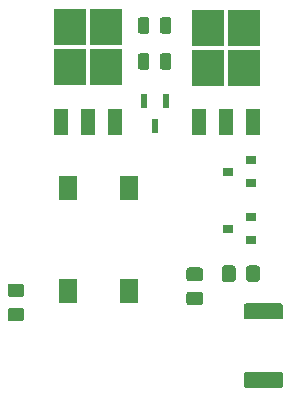
<source format=gbr>
G04 #@! TF.GenerationSoftware,KiCad,Pcbnew,5.1.5+dfsg1-2build2*
G04 #@! TF.CreationDate,2021-04-05T13:49:58+02:00*
G04 #@! TF.ProjectId,transistor_board,7472616e-7369-4737-946f-725f626f6172,rev?*
G04 #@! TF.SameCoordinates,Original*
G04 #@! TF.FileFunction,Paste,Bot*
G04 #@! TF.FilePolarity,Positive*
%FSLAX46Y46*%
G04 Gerber Fmt 4.6, Leading zero omitted, Abs format (unit mm)*
G04 Created by KiCad (PCBNEW 5.1.5+dfsg1-2build2) date 2021-04-05 13:49:58*
%MOMM*%
%LPD*%
G04 APERTURE LIST*
%ADD10R,2.750000X3.050000*%
%ADD11R,1.200000X2.200000*%
%ADD12C,0.100000*%
%ADD13R,0.900000X0.800000*%
%ADD14R,0.600000X1.300000*%
%ADD15R,1.500000X2.000000*%
G04 APERTURE END LIST*
D10*
X118871000Y-102889500D03*
X121921000Y-99539500D03*
X121921000Y-102889500D03*
X118871000Y-99539500D03*
D11*
X118116000Y-107514500D03*
X120396000Y-107514500D03*
X122676000Y-107514500D03*
D10*
X130555000Y-102953000D03*
X133605000Y-99603000D03*
X133605000Y-102953000D03*
X130555000Y-99603000D03*
D11*
X129800000Y-107578000D03*
X132080000Y-107578000D03*
X134360000Y-107578000D03*
D12*
G36*
X136704505Y-122918204D02*
G01*
X136728773Y-122921804D01*
X136752572Y-122927765D01*
X136775671Y-122936030D01*
X136797850Y-122946520D01*
X136818893Y-122959132D01*
X136838599Y-122973747D01*
X136856777Y-122990223D01*
X136873253Y-123008401D01*
X136887868Y-123028107D01*
X136900480Y-123049150D01*
X136910970Y-123071329D01*
X136919235Y-123094428D01*
X136925196Y-123118227D01*
X136928796Y-123142495D01*
X136930000Y-123166999D01*
X136930000Y-124017001D01*
X136928796Y-124041505D01*
X136925196Y-124065773D01*
X136919235Y-124089572D01*
X136910970Y-124112671D01*
X136900480Y-124134850D01*
X136887868Y-124155893D01*
X136873253Y-124175599D01*
X136856777Y-124193777D01*
X136838599Y-124210253D01*
X136818893Y-124224868D01*
X136797850Y-124237480D01*
X136775671Y-124247970D01*
X136752572Y-124256235D01*
X136728773Y-124262196D01*
X136704505Y-124265796D01*
X136680001Y-124267000D01*
X133829999Y-124267000D01*
X133805495Y-124265796D01*
X133781227Y-124262196D01*
X133757428Y-124256235D01*
X133734329Y-124247970D01*
X133712150Y-124237480D01*
X133691107Y-124224868D01*
X133671401Y-124210253D01*
X133653223Y-124193777D01*
X133636747Y-124175599D01*
X133622132Y-124155893D01*
X133609520Y-124134850D01*
X133599030Y-124112671D01*
X133590765Y-124089572D01*
X133584804Y-124065773D01*
X133581204Y-124041505D01*
X133580000Y-124017001D01*
X133580000Y-123166999D01*
X133581204Y-123142495D01*
X133584804Y-123118227D01*
X133590765Y-123094428D01*
X133599030Y-123071329D01*
X133609520Y-123049150D01*
X133622132Y-123028107D01*
X133636747Y-123008401D01*
X133653223Y-122990223D01*
X133671401Y-122973747D01*
X133691107Y-122959132D01*
X133712150Y-122946520D01*
X133734329Y-122936030D01*
X133757428Y-122927765D01*
X133781227Y-122921804D01*
X133805495Y-122918204D01*
X133829999Y-122917000D01*
X136680001Y-122917000D01*
X136704505Y-122918204D01*
G37*
G36*
X136704505Y-128718204D02*
G01*
X136728773Y-128721804D01*
X136752572Y-128727765D01*
X136775671Y-128736030D01*
X136797850Y-128746520D01*
X136818893Y-128759132D01*
X136838599Y-128773747D01*
X136856777Y-128790223D01*
X136873253Y-128808401D01*
X136887868Y-128828107D01*
X136900480Y-128849150D01*
X136910970Y-128871329D01*
X136919235Y-128894428D01*
X136925196Y-128918227D01*
X136928796Y-128942495D01*
X136930000Y-128966999D01*
X136930000Y-129817001D01*
X136928796Y-129841505D01*
X136925196Y-129865773D01*
X136919235Y-129889572D01*
X136910970Y-129912671D01*
X136900480Y-129934850D01*
X136887868Y-129955893D01*
X136873253Y-129975599D01*
X136856777Y-129993777D01*
X136838599Y-130010253D01*
X136818893Y-130024868D01*
X136797850Y-130037480D01*
X136775671Y-130047970D01*
X136752572Y-130056235D01*
X136728773Y-130062196D01*
X136704505Y-130065796D01*
X136680001Y-130067000D01*
X133829999Y-130067000D01*
X133805495Y-130065796D01*
X133781227Y-130062196D01*
X133757428Y-130056235D01*
X133734329Y-130047970D01*
X133712150Y-130037480D01*
X133691107Y-130024868D01*
X133671401Y-130010253D01*
X133653223Y-129993777D01*
X133636747Y-129975599D01*
X133622132Y-129955893D01*
X133609520Y-129934850D01*
X133599030Y-129912671D01*
X133590765Y-129889572D01*
X133584804Y-129865773D01*
X133581204Y-129841505D01*
X133580000Y-129817001D01*
X133580000Y-128966999D01*
X133581204Y-128942495D01*
X133584804Y-128918227D01*
X133590765Y-128894428D01*
X133599030Y-128871329D01*
X133609520Y-128849150D01*
X133622132Y-128828107D01*
X133636747Y-128808401D01*
X133653223Y-128790223D01*
X133671401Y-128773747D01*
X133691107Y-128759132D01*
X133712150Y-128746520D01*
X133734329Y-128736030D01*
X133757428Y-128727765D01*
X133781227Y-128721804D01*
X133805495Y-128718204D01*
X133829999Y-128717000D01*
X136680001Y-128717000D01*
X136704505Y-128718204D01*
G37*
D13*
X132223000Y-111760000D03*
X134223000Y-112710000D03*
X134223000Y-110810000D03*
X132223000Y-116586000D03*
X134223000Y-117536000D03*
X134223000Y-115636000D03*
D14*
X125150000Y-105750000D03*
X127050000Y-105750000D03*
X126100000Y-107850000D03*
D15*
X118735000Y-121845000D03*
X123835000Y-121845000D03*
X123835000Y-113105000D03*
X118735000Y-113105000D03*
D12*
G36*
X134724505Y-119697204D02*
G01*
X134748773Y-119700804D01*
X134772572Y-119706765D01*
X134795671Y-119715030D01*
X134817850Y-119725520D01*
X134838893Y-119738132D01*
X134858599Y-119752747D01*
X134876777Y-119769223D01*
X134893253Y-119787401D01*
X134907868Y-119807107D01*
X134920480Y-119828150D01*
X134930970Y-119850329D01*
X134939235Y-119873428D01*
X134945196Y-119897227D01*
X134948796Y-119921495D01*
X134950000Y-119945999D01*
X134950000Y-120846001D01*
X134948796Y-120870505D01*
X134945196Y-120894773D01*
X134939235Y-120918572D01*
X134930970Y-120941671D01*
X134920480Y-120963850D01*
X134907868Y-120984893D01*
X134893253Y-121004599D01*
X134876777Y-121022777D01*
X134858599Y-121039253D01*
X134838893Y-121053868D01*
X134817850Y-121066480D01*
X134795671Y-121076970D01*
X134772572Y-121085235D01*
X134748773Y-121091196D01*
X134724505Y-121094796D01*
X134700001Y-121096000D01*
X134049999Y-121096000D01*
X134025495Y-121094796D01*
X134001227Y-121091196D01*
X133977428Y-121085235D01*
X133954329Y-121076970D01*
X133932150Y-121066480D01*
X133911107Y-121053868D01*
X133891401Y-121039253D01*
X133873223Y-121022777D01*
X133856747Y-121004599D01*
X133842132Y-120984893D01*
X133829520Y-120963850D01*
X133819030Y-120941671D01*
X133810765Y-120918572D01*
X133804804Y-120894773D01*
X133801204Y-120870505D01*
X133800000Y-120846001D01*
X133800000Y-119945999D01*
X133801204Y-119921495D01*
X133804804Y-119897227D01*
X133810765Y-119873428D01*
X133819030Y-119850329D01*
X133829520Y-119828150D01*
X133842132Y-119807107D01*
X133856747Y-119787401D01*
X133873223Y-119769223D01*
X133891401Y-119752747D01*
X133911107Y-119738132D01*
X133932150Y-119725520D01*
X133954329Y-119715030D01*
X133977428Y-119706765D01*
X134001227Y-119700804D01*
X134025495Y-119697204D01*
X134049999Y-119696000D01*
X134700001Y-119696000D01*
X134724505Y-119697204D01*
G37*
G36*
X132674505Y-119697204D02*
G01*
X132698773Y-119700804D01*
X132722572Y-119706765D01*
X132745671Y-119715030D01*
X132767850Y-119725520D01*
X132788893Y-119738132D01*
X132808599Y-119752747D01*
X132826777Y-119769223D01*
X132843253Y-119787401D01*
X132857868Y-119807107D01*
X132870480Y-119828150D01*
X132880970Y-119850329D01*
X132889235Y-119873428D01*
X132895196Y-119897227D01*
X132898796Y-119921495D01*
X132900000Y-119945999D01*
X132900000Y-120846001D01*
X132898796Y-120870505D01*
X132895196Y-120894773D01*
X132889235Y-120918572D01*
X132880970Y-120941671D01*
X132870480Y-120963850D01*
X132857868Y-120984893D01*
X132843253Y-121004599D01*
X132826777Y-121022777D01*
X132808599Y-121039253D01*
X132788893Y-121053868D01*
X132767850Y-121066480D01*
X132745671Y-121076970D01*
X132722572Y-121085235D01*
X132698773Y-121091196D01*
X132674505Y-121094796D01*
X132650001Y-121096000D01*
X131999999Y-121096000D01*
X131975495Y-121094796D01*
X131951227Y-121091196D01*
X131927428Y-121085235D01*
X131904329Y-121076970D01*
X131882150Y-121066480D01*
X131861107Y-121053868D01*
X131841401Y-121039253D01*
X131823223Y-121022777D01*
X131806747Y-121004599D01*
X131792132Y-120984893D01*
X131779520Y-120963850D01*
X131769030Y-120941671D01*
X131760765Y-120918572D01*
X131754804Y-120894773D01*
X131751204Y-120870505D01*
X131750000Y-120846001D01*
X131750000Y-119945999D01*
X131751204Y-119921495D01*
X131754804Y-119897227D01*
X131760765Y-119873428D01*
X131769030Y-119850329D01*
X131779520Y-119828150D01*
X131792132Y-119807107D01*
X131806747Y-119787401D01*
X131823223Y-119769223D01*
X131841401Y-119752747D01*
X131861107Y-119738132D01*
X131882150Y-119725520D01*
X131904329Y-119715030D01*
X131927428Y-119706765D01*
X131951227Y-119700804D01*
X131975495Y-119697204D01*
X131999999Y-119696000D01*
X132650001Y-119696000D01*
X132674505Y-119697204D01*
G37*
G36*
X114764505Y-123281204D02*
G01*
X114788773Y-123284804D01*
X114812572Y-123290765D01*
X114835671Y-123299030D01*
X114857850Y-123309520D01*
X114878893Y-123322132D01*
X114898599Y-123336747D01*
X114916777Y-123353223D01*
X114933253Y-123371401D01*
X114947868Y-123391107D01*
X114960480Y-123412150D01*
X114970970Y-123434329D01*
X114979235Y-123457428D01*
X114985196Y-123481227D01*
X114988796Y-123505495D01*
X114990000Y-123529999D01*
X114990000Y-124180001D01*
X114988796Y-124204505D01*
X114985196Y-124228773D01*
X114979235Y-124252572D01*
X114970970Y-124275671D01*
X114960480Y-124297850D01*
X114947868Y-124318893D01*
X114933253Y-124338599D01*
X114916777Y-124356777D01*
X114898599Y-124373253D01*
X114878893Y-124387868D01*
X114857850Y-124400480D01*
X114835671Y-124410970D01*
X114812572Y-124419235D01*
X114788773Y-124425196D01*
X114764505Y-124428796D01*
X114740001Y-124430000D01*
X113839999Y-124430000D01*
X113815495Y-124428796D01*
X113791227Y-124425196D01*
X113767428Y-124419235D01*
X113744329Y-124410970D01*
X113722150Y-124400480D01*
X113701107Y-124387868D01*
X113681401Y-124373253D01*
X113663223Y-124356777D01*
X113646747Y-124338599D01*
X113632132Y-124318893D01*
X113619520Y-124297850D01*
X113609030Y-124275671D01*
X113600765Y-124252572D01*
X113594804Y-124228773D01*
X113591204Y-124204505D01*
X113590000Y-124180001D01*
X113590000Y-123529999D01*
X113591204Y-123505495D01*
X113594804Y-123481227D01*
X113600765Y-123457428D01*
X113609030Y-123434329D01*
X113619520Y-123412150D01*
X113632132Y-123391107D01*
X113646747Y-123371401D01*
X113663223Y-123353223D01*
X113681401Y-123336747D01*
X113701107Y-123322132D01*
X113722150Y-123309520D01*
X113744329Y-123299030D01*
X113767428Y-123290765D01*
X113791227Y-123284804D01*
X113815495Y-123281204D01*
X113839999Y-123280000D01*
X114740001Y-123280000D01*
X114764505Y-123281204D01*
G37*
G36*
X114764505Y-121231204D02*
G01*
X114788773Y-121234804D01*
X114812572Y-121240765D01*
X114835671Y-121249030D01*
X114857850Y-121259520D01*
X114878893Y-121272132D01*
X114898599Y-121286747D01*
X114916777Y-121303223D01*
X114933253Y-121321401D01*
X114947868Y-121341107D01*
X114960480Y-121362150D01*
X114970970Y-121384329D01*
X114979235Y-121407428D01*
X114985196Y-121431227D01*
X114988796Y-121455495D01*
X114990000Y-121479999D01*
X114990000Y-122130001D01*
X114988796Y-122154505D01*
X114985196Y-122178773D01*
X114979235Y-122202572D01*
X114970970Y-122225671D01*
X114960480Y-122247850D01*
X114947868Y-122268893D01*
X114933253Y-122288599D01*
X114916777Y-122306777D01*
X114898599Y-122323253D01*
X114878893Y-122337868D01*
X114857850Y-122350480D01*
X114835671Y-122360970D01*
X114812572Y-122369235D01*
X114788773Y-122375196D01*
X114764505Y-122378796D01*
X114740001Y-122380000D01*
X113839999Y-122380000D01*
X113815495Y-122378796D01*
X113791227Y-122375196D01*
X113767428Y-122369235D01*
X113744329Y-122360970D01*
X113722150Y-122350480D01*
X113701107Y-122337868D01*
X113681401Y-122323253D01*
X113663223Y-122306777D01*
X113646747Y-122288599D01*
X113632132Y-122268893D01*
X113619520Y-122247850D01*
X113609030Y-122225671D01*
X113600765Y-122202572D01*
X113594804Y-122178773D01*
X113591204Y-122154505D01*
X113590000Y-122130001D01*
X113590000Y-121479999D01*
X113591204Y-121455495D01*
X113594804Y-121431227D01*
X113600765Y-121407428D01*
X113609030Y-121384329D01*
X113619520Y-121362150D01*
X113632132Y-121341107D01*
X113646747Y-121321401D01*
X113663223Y-121303223D01*
X113681401Y-121286747D01*
X113701107Y-121272132D01*
X113722150Y-121259520D01*
X113744329Y-121249030D01*
X113767428Y-121240765D01*
X113791227Y-121234804D01*
X113815495Y-121231204D01*
X113839999Y-121230000D01*
X114740001Y-121230000D01*
X114764505Y-121231204D01*
G37*
G36*
X129904505Y-119871204D02*
G01*
X129928773Y-119874804D01*
X129952572Y-119880765D01*
X129975671Y-119889030D01*
X129997850Y-119899520D01*
X130018893Y-119912132D01*
X130038599Y-119926747D01*
X130056777Y-119943223D01*
X130073253Y-119961401D01*
X130087868Y-119981107D01*
X130100480Y-120002150D01*
X130110970Y-120024329D01*
X130119235Y-120047428D01*
X130125196Y-120071227D01*
X130128796Y-120095495D01*
X130130000Y-120119999D01*
X130130000Y-120770001D01*
X130128796Y-120794505D01*
X130125196Y-120818773D01*
X130119235Y-120842572D01*
X130110970Y-120865671D01*
X130100480Y-120887850D01*
X130087868Y-120908893D01*
X130073253Y-120928599D01*
X130056777Y-120946777D01*
X130038599Y-120963253D01*
X130018893Y-120977868D01*
X129997850Y-120990480D01*
X129975671Y-121000970D01*
X129952572Y-121009235D01*
X129928773Y-121015196D01*
X129904505Y-121018796D01*
X129880001Y-121020000D01*
X128979999Y-121020000D01*
X128955495Y-121018796D01*
X128931227Y-121015196D01*
X128907428Y-121009235D01*
X128884329Y-121000970D01*
X128862150Y-120990480D01*
X128841107Y-120977868D01*
X128821401Y-120963253D01*
X128803223Y-120946777D01*
X128786747Y-120928599D01*
X128772132Y-120908893D01*
X128759520Y-120887850D01*
X128749030Y-120865671D01*
X128740765Y-120842572D01*
X128734804Y-120818773D01*
X128731204Y-120794505D01*
X128730000Y-120770001D01*
X128730000Y-120119999D01*
X128731204Y-120095495D01*
X128734804Y-120071227D01*
X128740765Y-120047428D01*
X128749030Y-120024329D01*
X128759520Y-120002150D01*
X128772132Y-119981107D01*
X128786747Y-119961401D01*
X128803223Y-119943223D01*
X128821401Y-119926747D01*
X128841107Y-119912132D01*
X128862150Y-119899520D01*
X128884329Y-119889030D01*
X128907428Y-119880765D01*
X128931227Y-119874804D01*
X128955495Y-119871204D01*
X128979999Y-119870000D01*
X129880001Y-119870000D01*
X129904505Y-119871204D01*
G37*
G36*
X129904505Y-121921204D02*
G01*
X129928773Y-121924804D01*
X129952572Y-121930765D01*
X129975671Y-121939030D01*
X129997850Y-121949520D01*
X130018893Y-121962132D01*
X130038599Y-121976747D01*
X130056777Y-121993223D01*
X130073253Y-122011401D01*
X130087868Y-122031107D01*
X130100480Y-122052150D01*
X130110970Y-122074329D01*
X130119235Y-122097428D01*
X130125196Y-122121227D01*
X130128796Y-122145495D01*
X130130000Y-122169999D01*
X130130000Y-122820001D01*
X130128796Y-122844505D01*
X130125196Y-122868773D01*
X130119235Y-122892572D01*
X130110970Y-122915671D01*
X130100480Y-122937850D01*
X130087868Y-122958893D01*
X130073253Y-122978599D01*
X130056777Y-122996777D01*
X130038599Y-123013253D01*
X130018893Y-123027868D01*
X129997850Y-123040480D01*
X129975671Y-123050970D01*
X129952572Y-123059235D01*
X129928773Y-123065196D01*
X129904505Y-123068796D01*
X129880001Y-123070000D01*
X128979999Y-123070000D01*
X128955495Y-123068796D01*
X128931227Y-123065196D01*
X128907428Y-123059235D01*
X128884329Y-123050970D01*
X128862150Y-123040480D01*
X128841107Y-123027868D01*
X128821401Y-123013253D01*
X128803223Y-122996777D01*
X128786747Y-122978599D01*
X128772132Y-122958893D01*
X128759520Y-122937850D01*
X128749030Y-122915671D01*
X128740765Y-122892572D01*
X128734804Y-122868773D01*
X128731204Y-122844505D01*
X128730000Y-122820001D01*
X128730000Y-122169999D01*
X128731204Y-122145495D01*
X128734804Y-122121227D01*
X128740765Y-122097428D01*
X128749030Y-122074329D01*
X128759520Y-122052150D01*
X128772132Y-122031107D01*
X128786747Y-122011401D01*
X128803223Y-121993223D01*
X128821401Y-121976747D01*
X128841107Y-121962132D01*
X128862150Y-121949520D01*
X128884329Y-121939030D01*
X128907428Y-121930765D01*
X128931227Y-121924804D01*
X128955495Y-121921204D01*
X128979999Y-121920000D01*
X129880001Y-121920000D01*
X129904505Y-121921204D01*
G37*
G36*
X127252642Y-98678674D02*
G01*
X127276303Y-98682184D01*
X127299507Y-98687996D01*
X127322029Y-98696054D01*
X127343653Y-98706282D01*
X127364170Y-98718579D01*
X127383383Y-98732829D01*
X127401107Y-98748893D01*
X127417171Y-98766617D01*
X127431421Y-98785830D01*
X127443718Y-98806347D01*
X127453946Y-98827971D01*
X127462004Y-98850493D01*
X127467816Y-98873697D01*
X127471326Y-98897358D01*
X127472500Y-98921250D01*
X127472500Y-99833750D01*
X127471326Y-99857642D01*
X127467816Y-99881303D01*
X127462004Y-99904507D01*
X127453946Y-99927029D01*
X127443718Y-99948653D01*
X127431421Y-99969170D01*
X127417171Y-99988383D01*
X127401107Y-100006107D01*
X127383383Y-100022171D01*
X127364170Y-100036421D01*
X127343653Y-100048718D01*
X127322029Y-100058946D01*
X127299507Y-100067004D01*
X127276303Y-100072816D01*
X127252642Y-100076326D01*
X127228750Y-100077500D01*
X126741250Y-100077500D01*
X126717358Y-100076326D01*
X126693697Y-100072816D01*
X126670493Y-100067004D01*
X126647971Y-100058946D01*
X126626347Y-100048718D01*
X126605830Y-100036421D01*
X126586617Y-100022171D01*
X126568893Y-100006107D01*
X126552829Y-99988383D01*
X126538579Y-99969170D01*
X126526282Y-99948653D01*
X126516054Y-99927029D01*
X126507996Y-99904507D01*
X126502184Y-99881303D01*
X126498674Y-99857642D01*
X126497500Y-99833750D01*
X126497500Y-98921250D01*
X126498674Y-98897358D01*
X126502184Y-98873697D01*
X126507996Y-98850493D01*
X126516054Y-98827971D01*
X126526282Y-98806347D01*
X126538579Y-98785830D01*
X126552829Y-98766617D01*
X126568893Y-98748893D01*
X126586617Y-98732829D01*
X126605830Y-98718579D01*
X126626347Y-98706282D01*
X126647971Y-98696054D01*
X126670493Y-98687996D01*
X126693697Y-98682184D01*
X126717358Y-98678674D01*
X126741250Y-98677500D01*
X127228750Y-98677500D01*
X127252642Y-98678674D01*
G37*
G36*
X125377642Y-98678674D02*
G01*
X125401303Y-98682184D01*
X125424507Y-98687996D01*
X125447029Y-98696054D01*
X125468653Y-98706282D01*
X125489170Y-98718579D01*
X125508383Y-98732829D01*
X125526107Y-98748893D01*
X125542171Y-98766617D01*
X125556421Y-98785830D01*
X125568718Y-98806347D01*
X125578946Y-98827971D01*
X125587004Y-98850493D01*
X125592816Y-98873697D01*
X125596326Y-98897358D01*
X125597500Y-98921250D01*
X125597500Y-99833750D01*
X125596326Y-99857642D01*
X125592816Y-99881303D01*
X125587004Y-99904507D01*
X125578946Y-99927029D01*
X125568718Y-99948653D01*
X125556421Y-99969170D01*
X125542171Y-99988383D01*
X125526107Y-100006107D01*
X125508383Y-100022171D01*
X125489170Y-100036421D01*
X125468653Y-100048718D01*
X125447029Y-100058946D01*
X125424507Y-100067004D01*
X125401303Y-100072816D01*
X125377642Y-100076326D01*
X125353750Y-100077500D01*
X124866250Y-100077500D01*
X124842358Y-100076326D01*
X124818697Y-100072816D01*
X124795493Y-100067004D01*
X124772971Y-100058946D01*
X124751347Y-100048718D01*
X124730830Y-100036421D01*
X124711617Y-100022171D01*
X124693893Y-100006107D01*
X124677829Y-99988383D01*
X124663579Y-99969170D01*
X124651282Y-99948653D01*
X124641054Y-99927029D01*
X124632996Y-99904507D01*
X124627184Y-99881303D01*
X124623674Y-99857642D01*
X124622500Y-99833750D01*
X124622500Y-98921250D01*
X124623674Y-98897358D01*
X124627184Y-98873697D01*
X124632996Y-98850493D01*
X124641054Y-98827971D01*
X124651282Y-98806347D01*
X124663579Y-98785830D01*
X124677829Y-98766617D01*
X124693893Y-98748893D01*
X124711617Y-98732829D01*
X124730830Y-98718579D01*
X124751347Y-98706282D01*
X124772971Y-98696054D01*
X124795493Y-98687996D01*
X124818697Y-98682184D01*
X124842358Y-98678674D01*
X124866250Y-98677500D01*
X125353750Y-98677500D01*
X125377642Y-98678674D01*
G37*
G36*
X125377642Y-101726674D02*
G01*
X125401303Y-101730184D01*
X125424507Y-101735996D01*
X125447029Y-101744054D01*
X125468653Y-101754282D01*
X125489170Y-101766579D01*
X125508383Y-101780829D01*
X125526107Y-101796893D01*
X125542171Y-101814617D01*
X125556421Y-101833830D01*
X125568718Y-101854347D01*
X125578946Y-101875971D01*
X125587004Y-101898493D01*
X125592816Y-101921697D01*
X125596326Y-101945358D01*
X125597500Y-101969250D01*
X125597500Y-102881750D01*
X125596326Y-102905642D01*
X125592816Y-102929303D01*
X125587004Y-102952507D01*
X125578946Y-102975029D01*
X125568718Y-102996653D01*
X125556421Y-103017170D01*
X125542171Y-103036383D01*
X125526107Y-103054107D01*
X125508383Y-103070171D01*
X125489170Y-103084421D01*
X125468653Y-103096718D01*
X125447029Y-103106946D01*
X125424507Y-103115004D01*
X125401303Y-103120816D01*
X125377642Y-103124326D01*
X125353750Y-103125500D01*
X124866250Y-103125500D01*
X124842358Y-103124326D01*
X124818697Y-103120816D01*
X124795493Y-103115004D01*
X124772971Y-103106946D01*
X124751347Y-103096718D01*
X124730830Y-103084421D01*
X124711617Y-103070171D01*
X124693893Y-103054107D01*
X124677829Y-103036383D01*
X124663579Y-103017170D01*
X124651282Y-102996653D01*
X124641054Y-102975029D01*
X124632996Y-102952507D01*
X124627184Y-102929303D01*
X124623674Y-102905642D01*
X124622500Y-102881750D01*
X124622500Y-101969250D01*
X124623674Y-101945358D01*
X124627184Y-101921697D01*
X124632996Y-101898493D01*
X124641054Y-101875971D01*
X124651282Y-101854347D01*
X124663579Y-101833830D01*
X124677829Y-101814617D01*
X124693893Y-101796893D01*
X124711617Y-101780829D01*
X124730830Y-101766579D01*
X124751347Y-101754282D01*
X124772971Y-101744054D01*
X124795493Y-101735996D01*
X124818697Y-101730184D01*
X124842358Y-101726674D01*
X124866250Y-101725500D01*
X125353750Y-101725500D01*
X125377642Y-101726674D01*
G37*
G36*
X127252642Y-101726674D02*
G01*
X127276303Y-101730184D01*
X127299507Y-101735996D01*
X127322029Y-101744054D01*
X127343653Y-101754282D01*
X127364170Y-101766579D01*
X127383383Y-101780829D01*
X127401107Y-101796893D01*
X127417171Y-101814617D01*
X127431421Y-101833830D01*
X127443718Y-101854347D01*
X127453946Y-101875971D01*
X127462004Y-101898493D01*
X127467816Y-101921697D01*
X127471326Y-101945358D01*
X127472500Y-101969250D01*
X127472500Y-102881750D01*
X127471326Y-102905642D01*
X127467816Y-102929303D01*
X127462004Y-102952507D01*
X127453946Y-102975029D01*
X127443718Y-102996653D01*
X127431421Y-103017170D01*
X127417171Y-103036383D01*
X127401107Y-103054107D01*
X127383383Y-103070171D01*
X127364170Y-103084421D01*
X127343653Y-103096718D01*
X127322029Y-103106946D01*
X127299507Y-103115004D01*
X127276303Y-103120816D01*
X127252642Y-103124326D01*
X127228750Y-103125500D01*
X126741250Y-103125500D01*
X126717358Y-103124326D01*
X126693697Y-103120816D01*
X126670493Y-103115004D01*
X126647971Y-103106946D01*
X126626347Y-103096718D01*
X126605830Y-103084421D01*
X126586617Y-103070171D01*
X126568893Y-103054107D01*
X126552829Y-103036383D01*
X126538579Y-103017170D01*
X126526282Y-102996653D01*
X126516054Y-102975029D01*
X126507996Y-102952507D01*
X126502184Y-102929303D01*
X126498674Y-102905642D01*
X126497500Y-102881750D01*
X126497500Y-101969250D01*
X126498674Y-101945358D01*
X126502184Y-101921697D01*
X126507996Y-101898493D01*
X126516054Y-101875971D01*
X126526282Y-101854347D01*
X126538579Y-101833830D01*
X126552829Y-101814617D01*
X126568893Y-101796893D01*
X126586617Y-101780829D01*
X126605830Y-101766579D01*
X126626347Y-101754282D01*
X126647971Y-101744054D01*
X126670493Y-101735996D01*
X126693697Y-101730184D01*
X126717358Y-101726674D01*
X126741250Y-101725500D01*
X127228750Y-101725500D01*
X127252642Y-101726674D01*
G37*
M02*

</source>
